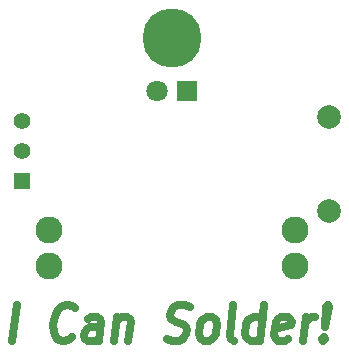
<source format=gts>
%TF.GenerationSoftware,KiCad,Pcbnew,(5.1.10)-1*%
%TF.CreationDate,2022-03-19T19:01:51-07:00*%
%TF.ProjectId,project,70726f6a-6563-4742-9e6b-696361645f70,rev?*%
%TF.SameCoordinates,Original*%
%TF.FileFunction,Soldermask,Top*%
%TF.FilePolarity,Negative*%
%FSLAX46Y46*%
G04 Gerber Fmt 4.6, Leading zero omitted, Abs format (unit mm)*
G04 Created by KiCad (PCBNEW (5.1.10)-1) date 2022-03-19 19:01:51*
%MOMM*%
%LPD*%
G01*
G04 APERTURE LIST*
%ADD10C,0.687500*%
%ADD11C,1.800000*%
%ADD12R,1.800000X1.800000*%
%ADD13C,1.998980*%
%ADD14C,5.000000*%
%ADD15C,2.286000*%
%ADD16R,1.397000X1.397000*%
%ADD17C,1.397000*%
G04 APERTURE END LIST*
D10*
X161780033Y-100544142D02*
X162155033Y-97544142D01*
X166791938Y-100258428D02*
X166643128Y-100401285D01*
X166232414Y-100544142D01*
X165970509Y-100544142D01*
X165595509Y-100401285D01*
X165369319Y-100115571D01*
X165274081Y-99829857D01*
X165214557Y-99258428D01*
X165268128Y-98829857D01*
X165470509Y-98258428D01*
X165637176Y-97972714D01*
X165934795Y-97687000D01*
X166345509Y-97544142D01*
X166607414Y-97544142D01*
X166982414Y-97687000D01*
X167095509Y-97829857D01*
X169113366Y-100544142D02*
X169309795Y-98972714D01*
X169214557Y-98687000D01*
X168970509Y-98544142D01*
X168446700Y-98544142D01*
X168166938Y-98687000D01*
X169131223Y-100401285D02*
X168851462Y-100544142D01*
X168196700Y-100544142D01*
X167952652Y-100401285D01*
X167857414Y-100115571D01*
X167893128Y-99829857D01*
X168059795Y-99544142D01*
X168339557Y-99401285D01*
X168994319Y-99401285D01*
X169274081Y-99258428D01*
X170672890Y-98544142D02*
X170422890Y-100544142D01*
X170637176Y-98829857D02*
X170785985Y-98687000D01*
X171065747Y-98544142D01*
X171458604Y-98544142D01*
X171702652Y-98687000D01*
X171797890Y-98972714D01*
X171601462Y-100544142D01*
X174893128Y-100401285D02*
X175268128Y-100544142D01*
X175922890Y-100544142D01*
X176202652Y-100401285D01*
X176351462Y-100258428D01*
X176518128Y-99972714D01*
X176553843Y-99687000D01*
X176458604Y-99401285D01*
X176345509Y-99258428D01*
X176101462Y-99115571D01*
X175595509Y-98972714D01*
X175351462Y-98829857D01*
X175238366Y-98687000D01*
X175143128Y-98401285D01*
X175178843Y-98115571D01*
X175345509Y-97829857D01*
X175494319Y-97687000D01*
X175774081Y-97544142D01*
X176428843Y-97544142D01*
X176803843Y-97687000D01*
X178018128Y-100544142D02*
X177774081Y-100401285D01*
X177660985Y-100258428D01*
X177565747Y-99972714D01*
X177672890Y-99115571D01*
X177839557Y-98829857D01*
X177988366Y-98687000D01*
X178268128Y-98544142D01*
X178660985Y-98544142D01*
X178905033Y-98687000D01*
X179018128Y-98829857D01*
X179113366Y-99115571D01*
X179006223Y-99972714D01*
X178839557Y-100258428D01*
X178690747Y-100401285D01*
X178410985Y-100544142D01*
X178018128Y-100544142D01*
X180506223Y-100544142D02*
X180262176Y-100401285D01*
X180166938Y-100115571D01*
X180488366Y-97544142D01*
X182732414Y-100544142D02*
X183107414Y-97544142D01*
X182750271Y-100401285D02*
X182470509Y-100544142D01*
X181946700Y-100544142D01*
X181702652Y-100401285D01*
X181589557Y-100258428D01*
X181494319Y-99972714D01*
X181601462Y-99115571D01*
X181768128Y-98829857D01*
X181916938Y-98687000D01*
X182196700Y-98544142D01*
X182720509Y-98544142D01*
X182964557Y-98687000D01*
X185107414Y-100401285D02*
X184827652Y-100544142D01*
X184303843Y-100544142D01*
X184059795Y-100401285D01*
X183964557Y-100115571D01*
X184107414Y-98972714D01*
X184274081Y-98687000D01*
X184553843Y-98544142D01*
X185077652Y-98544142D01*
X185321700Y-98687000D01*
X185416938Y-98972714D01*
X185381223Y-99258428D01*
X184035985Y-99544142D01*
X186399081Y-100544142D02*
X186649081Y-98544142D01*
X186577652Y-99115571D02*
X186744319Y-98829857D01*
X186893128Y-98687000D01*
X187172890Y-98544142D01*
X187434795Y-98544142D01*
X188137176Y-100258428D02*
X188250271Y-100401285D01*
X188101462Y-100544142D01*
X187988366Y-100401285D01*
X188137176Y-100258428D01*
X188101462Y-100544142D01*
X188244319Y-99401285D02*
X188327652Y-97687000D01*
X188476462Y-97544142D01*
X188589557Y-97687000D01*
X188244319Y-99401285D01*
X188476462Y-97544142D01*
D11*
%TO.C,D1*%
X173990000Y-79375000D03*
D12*
X176530000Y-79375000D03*
%TD*%
D13*
%TO.C,R1*%
X188595000Y-81598000D03*
X188595000Y-89598000D03*
%TD*%
D14*
%TO.C,REF\u002A\u002A*%
X175260000Y-74930000D03*
%TD*%
D15*
%TO.C,BT1*%
X185674000Y-94234000D03*
X164846000Y-94234000D03*
X185674000Y-91186000D03*
X164846000Y-91186000D03*
%TD*%
D16*
%TO.C,SW1*%
X162560000Y-86995000D03*
D17*
X162560000Y-84455000D03*
X162560000Y-81915000D03*
%TD*%
M02*

</source>
